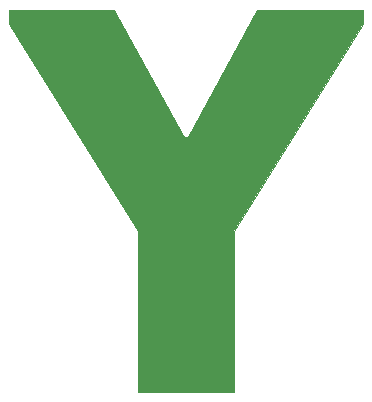
<source format=gbo>
G04 #@! TF.FileFunction,Legend,Bot*
%FSLAX46Y46*%
G04 Gerber Fmt 4.6, Leading zero omitted, Abs format (unit mm)*
G04 Created by KiCad (PCBNEW 4.0.0-rc2-stable) date 3/3/2016 3:49:23 PM*
%MOMM*%
G01*
G04 APERTURE LIST*
%ADD10C,0.150000*%
%ADD11C,0.025400*%
G04 APERTURE END LIST*
D10*
D11*
G36*
X66147479Y-29524683D02*
X66150723Y-29528542D01*
X66155213Y-29530836D01*
X66158604Y-29531304D01*
X66482454Y-29531955D01*
X66487397Y-29530964D01*
X66491566Y-29528129D01*
X66493630Y-29525335D01*
X72375476Y-18737554D01*
X81342080Y-18737554D01*
X81342080Y-19971074D01*
X70410609Y-37526391D01*
X70408690Y-37533104D01*
X70408534Y-51140860D01*
X62235783Y-51140860D01*
X62235783Y-37533707D01*
X62233876Y-37527014D01*
X51346787Y-19971087D01*
X51346787Y-18737554D01*
X60266595Y-18737554D01*
X66147479Y-29524683D01*
X66147479Y-29524683D01*
G37*
X66147479Y-29524683D02*
X66150723Y-29528542D01*
X66155213Y-29530836D01*
X66158604Y-29531304D01*
X66482454Y-29531955D01*
X66487397Y-29530964D01*
X66491566Y-29528129D01*
X66493630Y-29525335D01*
X72375476Y-18737554D01*
X81342080Y-18737554D01*
X81342080Y-19971074D01*
X70410609Y-37526391D01*
X70408690Y-37533104D01*
X70408534Y-51140860D01*
X62235783Y-51140860D01*
X62235783Y-37533707D01*
X62233876Y-37527014D01*
X51346787Y-19971087D01*
X51346787Y-18737554D01*
X60266595Y-18737554D01*
X66147479Y-29524683D01*
M02*

</source>
